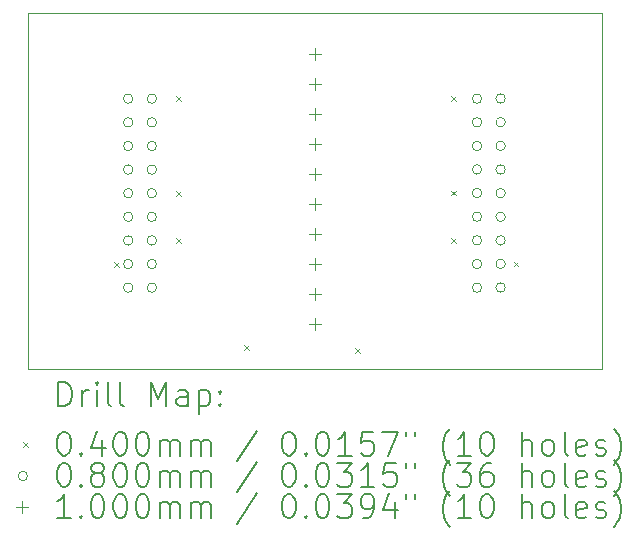
<source format=gbr>
%TF.GenerationSoftware,KiCad,Pcbnew,7.0.6-0*%
%TF.CreationDate,2023-11-15T10:52:04-05:00*%
%TF.ProjectId,AntSniffer,416e7453-6e69-4666-9665-722e6b696361,rev?*%
%TF.SameCoordinates,Original*%
%TF.FileFunction,Drillmap*%
%TF.FilePolarity,Positive*%
%FSLAX45Y45*%
G04 Gerber Fmt 4.5, Leading zero omitted, Abs format (unit mm)*
G04 Created by KiCad (PCBNEW 7.0.6-0) date 2023-11-15 10:52:04*
%MOMM*%
%LPD*%
G01*
G04 APERTURE LIST*
%ADD10C,0.100000*%
%ADD11C,0.200000*%
%ADD12C,0.040000*%
%ADD13C,0.080000*%
G04 APERTURE END LIST*
D10*
X14430000Y-4254500D02*
X19290000Y-4254500D01*
X19290000Y-7261860D01*
X14430000Y-7261860D01*
X14430000Y-4254500D01*
D11*
D12*
X15156500Y-6360480D02*
X15196500Y-6400480D01*
X15196500Y-6360480D02*
X15156500Y-6400480D01*
X15680000Y-4957180D02*
X15720000Y-4997180D01*
X15720000Y-4957180D02*
X15680000Y-4997180D01*
X15680000Y-5757180D02*
X15720000Y-5797180D01*
X15720000Y-5757180D02*
X15680000Y-5797180D01*
X15680000Y-6157180D02*
X15720000Y-6197180D01*
X15720000Y-6157180D02*
X15680000Y-6197180D01*
X16261400Y-7064060D02*
X16301400Y-7104060D01*
X16301400Y-7064060D02*
X16261400Y-7104060D01*
X17201200Y-7086920D02*
X17241200Y-7126920D01*
X17241200Y-7086920D02*
X17201200Y-7126920D01*
X18014000Y-4955960D02*
X18054000Y-4995960D01*
X18054000Y-4955960D02*
X18014000Y-4995960D01*
X18014000Y-5755960D02*
X18054000Y-5795960D01*
X18054000Y-5755960D02*
X18014000Y-5795960D01*
X18014000Y-6155960D02*
X18054000Y-6195960D01*
X18054000Y-6155960D02*
X18014000Y-6195960D01*
X18540000Y-6355960D02*
X18580000Y-6395960D01*
X18580000Y-6355960D02*
X18540000Y-6395960D01*
D13*
X15317000Y-4977180D02*
G75*
G03*
X15317000Y-4977180I-40000J0D01*
G01*
X15317000Y-5177080D02*
G75*
G03*
X15317000Y-5177080I-40000J0D01*
G01*
X15317000Y-5377180D02*
G75*
G03*
X15317000Y-5377180I-40000J0D01*
G01*
X15317000Y-5577180D02*
G75*
G03*
X15317000Y-5577180I-40000J0D01*
G01*
X15317000Y-5777180D02*
G75*
G03*
X15317000Y-5777180I-40000J0D01*
G01*
X15317000Y-5977180D02*
G75*
G03*
X15317000Y-5977180I-40000J0D01*
G01*
X15317000Y-6177180D02*
G75*
G03*
X15317000Y-6177180I-40000J0D01*
G01*
X15317000Y-6377180D02*
G75*
G03*
X15317000Y-6377180I-40000J0D01*
G01*
X15317000Y-6577180D02*
G75*
G03*
X15317000Y-6577180I-40000J0D01*
G01*
X15516900Y-4977180D02*
G75*
G03*
X15516900Y-4977180I-40000J0D01*
G01*
X15516900Y-5177080D02*
G75*
G03*
X15516900Y-5177080I-40000J0D01*
G01*
X15517000Y-5377180D02*
G75*
G03*
X15517000Y-5377180I-40000J0D01*
G01*
X15517000Y-5577180D02*
G75*
G03*
X15517000Y-5577180I-40000J0D01*
G01*
X15517000Y-5777180D02*
G75*
G03*
X15517000Y-5777180I-40000J0D01*
G01*
X15517000Y-5977180D02*
G75*
G03*
X15517000Y-5977180I-40000J0D01*
G01*
X15517000Y-6177180D02*
G75*
G03*
X15517000Y-6177180I-40000J0D01*
G01*
X15517000Y-6377180D02*
G75*
G03*
X15517000Y-6377180I-40000J0D01*
G01*
X15517000Y-6577180D02*
G75*
G03*
X15517000Y-6577180I-40000J0D01*
G01*
X18270000Y-5375960D02*
G75*
G03*
X18270000Y-5375960I-40000J0D01*
G01*
X18270000Y-5575960D02*
G75*
G03*
X18270000Y-5575960I-40000J0D01*
G01*
X18270000Y-5775960D02*
G75*
G03*
X18270000Y-5775960I-40000J0D01*
G01*
X18270000Y-5975960D02*
G75*
G03*
X18270000Y-5975960I-40000J0D01*
G01*
X18270000Y-6175960D02*
G75*
G03*
X18270000Y-6175960I-40000J0D01*
G01*
X18270000Y-6375960D02*
G75*
G03*
X18270000Y-6375960I-40000J0D01*
G01*
X18270000Y-6575960D02*
G75*
G03*
X18270000Y-6575960I-40000J0D01*
G01*
X18270100Y-4975960D02*
G75*
G03*
X18270100Y-4975960I-40000J0D01*
G01*
X18270100Y-5175860D02*
G75*
G03*
X18270100Y-5175860I-40000J0D01*
G01*
X18470000Y-4975960D02*
G75*
G03*
X18470000Y-4975960I-40000J0D01*
G01*
X18470000Y-5175860D02*
G75*
G03*
X18470000Y-5175860I-40000J0D01*
G01*
X18470000Y-5375960D02*
G75*
G03*
X18470000Y-5375960I-40000J0D01*
G01*
X18470000Y-5575960D02*
G75*
G03*
X18470000Y-5575960I-40000J0D01*
G01*
X18470000Y-5775960D02*
G75*
G03*
X18470000Y-5775960I-40000J0D01*
G01*
X18470000Y-5975960D02*
G75*
G03*
X18470000Y-5975960I-40000J0D01*
G01*
X18470000Y-6175960D02*
G75*
G03*
X18470000Y-6175960I-40000J0D01*
G01*
X18470000Y-6375960D02*
G75*
G03*
X18470000Y-6375960I-40000J0D01*
G01*
X18470000Y-6575960D02*
G75*
G03*
X18470000Y-6575960I-40000J0D01*
G01*
D10*
X16857980Y-4547900D02*
X16857980Y-4647900D01*
X16807980Y-4597900D02*
X16907980Y-4597900D01*
X16857980Y-4801900D02*
X16857980Y-4901900D01*
X16807980Y-4851900D02*
X16907980Y-4851900D01*
X16857980Y-5055900D02*
X16857980Y-5155900D01*
X16807980Y-5105900D02*
X16907980Y-5105900D01*
X16857980Y-5309900D02*
X16857980Y-5409900D01*
X16807980Y-5359900D02*
X16907980Y-5359900D01*
X16857980Y-5563900D02*
X16857980Y-5663900D01*
X16807980Y-5613900D02*
X16907980Y-5613900D01*
X16857980Y-5817900D02*
X16857980Y-5917900D01*
X16807980Y-5867900D02*
X16907980Y-5867900D01*
X16857980Y-6071900D02*
X16857980Y-6171900D01*
X16807980Y-6121900D02*
X16907980Y-6121900D01*
X16857980Y-6325900D02*
X16857980Y-6425900D01*
X16807980Y-6375900D02*
X16907980Y-6375900D01*
X16857980Y-6579900D02*
X16857980Y-6679900D01*
X16807980Y-6629900D02*
X16907980Y-6629900D01*
X16857980Y-6833900D02*
X16857980Y-6933900D01*
X16807980Y-6883900D02*
X16907980Y-6883900D01*
D11*
X14685777Y-7578344D02*
X14685777Y-7378344D01*
X14685777Y-7378344D02*
X14733396Y-7378344D01*
X14733396Y-7378344D02*
X14761967Y-7387868D01*
X14761967Y-7387868D02*
X14781015Y-7406915D01*
X14781015Y-7406915D02*
X14790539Y-7425963D01*
X14790539Y-7425963D02*
X14800062Y-7464058D01*
X14800062Y-7464058D02*
X14800062Y-7492629D01*
X14800062Y-7492629D02*
X14790539Y-7530725D01*
X14790539Y-7530725D02*
X14781015Y-7549772D01*
X14781015Y-7549772D02*
X14761967Y-7568820D01*
X14761967Y-7568820D02*
X14733396Y-7578344D01*
X14733396Y-7578344D02*
X14685777Y-7578344D01*
X14885777Y-7578344D02*
X14885777Y-7445010D01*
X14885777Y-7483106D02*
X14895301Y-7464058D01*
X14895301Y-7464058D02*
X14904824Y-7454534D01*
X14904824Y-7454534D02*
X14923872Y-7445010D01*
X14923872Y-7445010D02*
X14942920Y-7445010D01*
X15009586Y-7578344D02*
X15009586Y-7445010D01*
X15009586Y-7378344D02*
X15000062Y-7387868D01*
X15000062Y-7387868D02*
X15009586Y-7397391D01*
X15009586Y-7397391D02*
X15019110Y-7387868D01*
X15019110Y-7387868D02*
X15009586Y-7378344D01*
X15009586Y-7378344D02*
X15009586Y-7397391D01*
X15133396Y-7578344D02*
X15114348Y-7568820D01*
X15114348Y-7568820D02*
X15104824Y-7549772D01*
X15104824Y-7549772D02*
X15104824Y-7378344D01*
X15238158Y-7578344D02*
X15219110Y-7568820D01*
X15219110Y-7568820D02*
X15209586Y-7549772D01*
X15209586Y-7549772D02*
X15209586Y-7378344D01*
X15466729Y-7578344D02*
X15466729Y-7378344D01*
X15466729Y-7378344D02*
X15533396Y-7521201D01*
X15533396Y-7521201D02*
X15600062Y-7378344D01*
X15600062Y-7378344D02*
X15600062Y-7578344D01*
X15781015Y-7578344D02*
X15781015Y-7473582D01*
X15781015Y-7473582D02*
X15771491Y-7454534D01*
X15771491Y-7454534D02*
X15752443Y-7445010D01*
X15752443Y-7445010D02*
X15714348Y-7445010D01*
X15714348Y-7445010D02*
X15695301Y-7454534D01*
X15781015Y-7568820D02*
X15761967Y-7578344D01*
X15761967Y-7578344D02*
X15714348Y-7578344D01*
X15714348Y-7578344D02*
X15695301Y-7568820D01*
X15695301Y-7568820D02*
X15685777Y-7549772D01*
X15685777Y-7549772D02*
X15685777Y-7530725D01*
X15685777Y-7530725D02*
X15695301Y-7511677D01*
X15695301Y-7511677D02*
X15714348Y-7502153D01*
X15714348Y-7502153D02*
X15761967Y-7502153D01*
X15761967Y-7502153D02*
X15781015Y-7492629D01*
X15876253Y-7445010D02*
X15876253Y-7645010D01*
X15876253Y-7454534D02*
X15895301Y-7445010D01*
X15895301Y-7445010D02*
X15933396Y-7445010D01*
X15933396Y-7445010D02*
X15952443Y-7454534D01*
X15952443Y-7454534D02*
X15961967Y-7464058D01*
X15961967Y-7464058D02*
X15971491Y-7483106D01*
X15971491Y-7483106D02*
X15971491Y-7540248D01*
X15971491Y-7540248D02*
X15961967Y-7559296D01*
X15961967Y-7559296D02*
X15952443Y-7568820D01*
X15952443Y-7568820D02*
X15933396Y-7578344D01*
X15933396Y-7578344D02*
X15895301Y-7578344D01*
X15895301Y-7578344D02*
X15876253Y-7568820D01*
X16057205Y-7559296D02*
X16066729Y-7568820D01*
X16066729Y-7568820D02*
X16057205Y-7578344D01*
X16057205Y-7578344D02*
X16047682Y-7568820D01*
X16047682Y-7568820D02*
X16057205Y-7559296D01*
X16057205Y-7559296D02*
X16057205Y-7578344D01*
X16057205Y-7454534D02*
X16066729Y-7464058D01*
X16066729Y-7464058D02*
X16057205Y-7473582D01*
X16057205Y-7473582D02*
X16047682Y-7464058D01*
X16047682Y-7464058D02*
X16057205Y-7454534D01*
X16057205Y-7454534D02*
X16057205Y-7473582D01*
D12*
X14385000Y-7886860D02*
X14425000Y-7926860D01*
X14425000Y-7886860D02*
X14385000Y-7926860D01*
D11*
X14723872Y-7798344D02*
X14742920Y-7798344D01*
X14742920Y-7798344D02*
X14761967Y-7807868D01*
X14761967Y-7807868D02*
X14771491Y-7817391D01*
X14771491Y-7817391D02*
X14781015Y-7836439D01*
X14781015Y-7836439D02*
X14790539Y-7874534D01*
X14790539Y-7874534D02*
X14790539Y-7922153D01*
X14790539Y-7922153D02*
X14781015Y-7960248D01*
X14781015Y-7960248D02*
X14771491Y-7979296D01*
X14771491Y-7979296D02*
X14761967Y-7988820D01*
X14761967Y-7988820D02*
X14742920Y-7998344D01*
X14742920Y-7998344D02*
X14723872Y-7998344D01*
X14723872Y-7998344D02*
X14704824Y-7988820D01*
X14704824Y-7988820D02*
X14695301Y-7979296D01*
X14695301Y-7979296D02*
X14685777Y-7960248D01*
X14685777Y-7960248D02*
X14676253Y-7922153D01*
X14676253Y-7922153D02*
X14676253Y-7874534D01*
X14676253Y-7874534D02*
X14685777Y-7836439D01*
X14685777Y-7836439D02*
X14695301Y-7817391D01*
X14695301Y-7817391D02*
X14704824Y-7807868D01*
X14704824Y-7807868D02*
X14723872Y-7798344D01*
X14876253Y-7979296D02*
X14885777Y-7988820D01*
X14885777Y-7988820D02*
X14876253Y-7998344D01*
X14876253Y-7998344D02*
X14866729Y-7988820D01*
X14866729Y-7988820D02*
X14876253Y-7979296D01*
X14876253Y-7979296D02*
X14876253Y-7998344D01*
X15057205Y-7865010D02*
X15057205Y-7998344D01*
X15009586Y-7788820D02*
X14961967Y-7931677D01*
X14961967Y-7931677D02*
X15085777Y-7931677D01*
X15200062Y-7798344D02*
X15219110Y-7798344D01*
X15219110Y-7798344D02*
X15238158Y-7807868D01*
X15238158Y-7807868D02*
X15247682Y-7817391D01*
X15247682Y-7817391D02*
X15257205Y-7836439D01*
X15257205Y-7836439D02*
X15266729Y-7874534D01*
X15266729Y-7874534D02*
X15266729Y-7922153D01*
X15266729Y-7922153D02*
X15257205Y-7960248D01*
X15257205Y-7960248D02*
X15247682Y-7979296D01*
X15247682Y-7979296D02*
X15238158Y-7988820D01*
X15238158Y-7988820D02*
X15219110Y-7998344D01*
X15219110Y-7998344D02*
X15200062Y-7998344D01*
X15200062Y-7998344D02*
X15181015Y-7988820D01*
X15181015Y-7988820D02*
X15171491Y-7979296D01*
X15171491Y-7979296D02*
X15161967Y-7960248D01*
X15161967Y-7960248D02*
X15152443Y-7922153D01*
X15152443Y-7922153D02*
X15152443Y-7874534D01*
X15152443Y-7874534D02*
X15161967Y-7836439D01*
X15161967Y-7836439D02*
X15171491Y-7817391D01*
X15171491Y-7817391D02*
X15181015Y-7807868D01*
X15181015Y-7807868D02*
X15200062Y-7798344D01*
X15390539Y-7798344D02*
X15409586Y-7798344D01*
X15409586Y-7798344D02*
X15428634Y-7807868D01*
X15428634Y-7807868D02*
X15438158Y-7817391D01*
X15438158Y-7817391D02*
X15447682Y-7836439D01*
X15447682Y-7836439D02*
X15457205Y-7874534D01*
X15457205Y-7874534D02*
X15457205Y-7922153D01*
X15457205Y-7922153D02*
X15447682Y-7960248D01*
X15447682Y-7960248D02*
X15438158Y-7979296D01*
X15438158Y-7979296D02*
X15428634Y-7988820D01*
X15428634Y-7988820D02*
X15409586Y-7998344D01*
X15409586Y-7998344D02*
X15390539Y-7998344D01*
X15390539Y-7998344D02*
X15371491Y-7988820D01*
X15371491Y-7988820D02*
X15361967Y-7979296D01*
X15361967Y-7979296D02*
X15352443Y-7960248D01*
X15352443Y-7960248D02*
X15342920Y-7922153D01*
X15342920Y-7922153D02*
X15342920Y-7874534D01*
X15342920Y-7874534D02*
X15352443Y-7836439D01*
X15352443Y-7836439D02*
X15361967Y-7817391D01*
X15361967Y-7817391D02*
X15371491Y-7807868D01*
X15371491Y-7807868D02*
X15390539Y-7798344D01*
X15542920Y-7998344D02*
X15542920Y-7865010D01*
X15542920Y-7884058D02*
X15552443Y-7874534D01*
X15552443Y-7874534D02*
X15571491Y-7865010D01*
X15571491Y-7865010D02*
X15600063Y-7865010D01*
X15600063Y-7865010D02*
X15619110Y-7874534D01*
X15619110Y-7874534D02*
X15628634Y-7893582D01*
X15628634Y-7893582D02*
X15628634Y-7998344D01*
X15628634Y-7893582D02*
X15638158Y-7874534D01*
X15638158Y-7874534D02*
X15657205Y-7865010D01*
X15657205Y-7865010D02*
X15685777Y-7865010D01*
X15685777Y-7865010D02*
X15704824Y-7874534D01*
X15704824Y-7874534D02*
X15714348Y-7893582D01*
X15714348Y-7893582D02*
X15714348Y-7998344D01*
X15809586Y-7998344D02*
X15809586Y-7865010D01*
X15809586Y-7884058D02*
X15819110Y-7874534D01*
X15819110Y-7874534D02*
X15838158Y-7865010D01*
X15838158Y-7865010D02*
X15866729Y-7865010D01*
X15866729Y-7865010D02*
X15885777Y-7874534D01*
X15885777Y-7874534D02*
X15895301Y-7893582D01*
X15895301Y-7893582D02*
X15895301Y-7998344D01*
X15895301Y-7893582D02*
X15904824Y-7874534D01*
X15904824Y-7874534D02*
X15923872Y-7865010D01*
X15923872Y-7865010D02*
X15952443Y-7865010D01*
X15952443Y-7865010D02*
X15971491Y-7874534D01*
X15971491Y-7874534D02*
X15981015Y-7893582D01*
X15981015Y-7893582D02*
X15981015Y-7998344D01*
X16371491Y-7788820D02*
X16200063Y-8045963D01*
X16628634Y-7798344D02*
X16647682Y-7798344D01*
X16647682Y-7798344D02*
X16666729Y-7807868D01*
X16666729Y-7807868D02*
X16676253Y-7817391D01*
X16676253Y-7817391D02*
X16685777Y-7836439D01*
X16685777Y-7836439D02*
X16695301Y-7874534D01*
X16695301Y-7874534D02*
X16695301Y-7922153D01*
X16695301Y-7922153D02*
X16685777Y-7960248D01*
X16685777Y-7960248D02*
X16676253Y-7979296D01*
X16676253Y-7979296D02*
X16666729Y-7988820D01*
X16666729Y-7988820D02*
X16647682Y-7998344D01*
X16647682Y-7998344D02*
X16628634Y-7998344D01*
X16628634Y-7998344D02*
X16609586Y-7988820D01*
X16609586Y-7988820D02*
X16600063Y-7979296D01*
X16600063Y-7979296D02*
X16590539Y-7960248D01*
X16590539Y-7960248D02*
X16581015Y-7922153D01*
X16581015Y-7922153D02*
X16581015Y-7874534D01*
X16581015Y-7874534D02*
X16590539Y-7836439D01*
X16590539Y-7836439D02*
X16600063Y-7817391D01*
X16600063Y-7817391D02*
X16609586Y-7807868D01*
X16609586Y-7807868D02*
X16628634Y-7798344D01*
X16781015Y-7979296D02*
X16790539Y-7988820D01*
X16790539Y-7988820D02*
X16781015Y-7998344D01*
X16781015Y-7998344D02*
X16771491Y-7988820D01*
X16771491Y-7988820D02*
X16781015Y-7979296D01*
X16781015Y-7979296D02*
X16781015Y-7998344D01*
X16914348Y-7798344D02*
X16933396Y-7798344D01*
X16933396Y-7798344D02*
X16952444Y-7807868D01*
X16952444Y-7807868D02*
X16961968Y-7817391D01*
X16961968Y-7817391D02*
X16971491Y-7836439D01*
X16971491Y-7836439D02*
X16981015Y-7874534D01*
X16981015Y-7874534D02*
X16981015Y-7922153D01*
X16981015Y-7922153D02*
X16971491Y-7960248D01*
X16971491Y-7960248D02*
X16961968Y-7979296D01*
X16961968Y-7979296D02*
X16952444Y-7988820D01*
X16952444Y-7988820D02*
X16933396Y-7998344D01*
X16933396Y-7998344D02*
X16914348Y-7998344D01*
X16914348Y-7998344D02*
X16895301Y-7988820D01*
X16895301Y-7988820D02*
X16885777Y-7979296D01*
X16885777Y-7979296D02*
X16876253Y-7960248D01*
X16876253Y-7960248D02*
X16866729Y-7922153D01*
X16866729Y-7922153D02*
X16866729Y-7874534D01*
X16866729Y-7874534D02*
X16876253Y-7836439D01*
X16876253Y-7836439D02*
X16885777Y-7817391D01*
X16885777Y-7817391D02*
X16895301Y-7807868D01*
X16895301Y-7807868D02*
X16914348Y-7798344D01*
X17171491Y-7998344D02*
X17057206Y-7998344D01*
X17114348Y-7998344D02*
X17114348Y-7798344D01*
X17114348Y-7798344D02*
X17095301Y-7826915D01*
X17095301Y-7826915D02*
X17076253Y-7845963D01*
X17076253Y-7845963D02*
X17057206Y-7855487D01*
X17352444Y-7798344D02*
X17257206Y-7798344D01*
X17257206Y-7798344D02*
X17247682Y-7893582D01*
X17247682Y-7893582D02*
X17257206Y-7884058D01*
X17257206Y-7884058D02*
X17276253Y-7874534D01*
X17276253Y-7874534D02*
X17323872Y-7874534D01*
X17323872Y-7874534D02*
X17342920Y-7884058D01*
X17342920Y-7884058D02*
X17352444Y-7893582D01*
X17352444Y-7893582D02*
X17361968Y-7912629D01*
X17361968Y-7912629D02*
X17361968Y-7960248D01*
X17361968Y-7960248D02*
X17352444Y-7979296D01*
X17352444Y-7979296D02*
X17342920Y-7988820D01*
X17342920Y-7988820D02*
X17323872Y-7998344D01*
X17323872Y-7998344D02*
X17276253Y-7998344D01*
X17276253Y-7998344D02*
X17257206Y-7988820D01*
X17257206Y-7988820D02*
X17247682Y-7979296D01*
X17428634Y-7798344D02*
X17561968Y-7798344D01*
X17561968Y-7798344D02*
X17476253Y-7998344D01*
X17628634Y-7798344D02*
X17628634Y-7836439D01*
X17704825Y-7798344D02*
X17704825Y-7836439D01*
X18000063Y-8074534D02*
X17990539Y-8065010D01*
X17990539Y-8065010D02*
X17971491Y-8036439D01*
X17971491Y-8036439D02*
X17961968Y-8017391D01*
X17961968Y-8017391D02*
X17952444Y-7988820D01*
X17952444Y-7988820D02*
X17942920Y-7941201D01*
X17942920Y-7941201D02*
X17942920Y-7903106D01*
X17942920Y-7903106D02*
X17952444Y-7855487D01*
X17952444Y-7855487D02*
X17961968Y-7826915D01*
X17961968Y-7826915D02*
X17971491Y-7807868D01*
X17971491Y-7807868D02*
X17990539Y-7779296D01*
X17990539Y-7779296D02*
X18000063Y-7769772D01*
X18181015Y-7998344D02*
X18066730Y-7998344D01*
X18123872Y-7998344D02*
X18123872Y-7798344D01*
X18123872Y-7798344D02*
X18104825Y-7826915D01*
X18104825Y-7826915D02*
X18085777Y-7845963D01*
X18085777Y-7845963D02*
X18066730Y-7855487D01*
X18304825Y-7798344D02*
X18323872Y-7798344D01*
X18323872Y-7798344D02*
X18342920Y-7807868D01*
X18342920Y-7807868D02*
X18352444Y-7817391D01*
X18352444Y-7817391D02*
X18361968Y-7836439D01*
X18361968Y-7836439D02*
X18371491Y-7874534D01*
X18371491Y-7874534D02*
X18371491Y-7922153D01*
X18371491Y-7922153D02*
X18361968Y-7960248D01*
X18361968Y-7960248D02*
X18352444Y-7979296D01*
X18352444Y-7979296D02*
X18342920Y-7988820D01*
X18342920Y-7988820D02*
X18323872Y-7998344D01*
X18323872Y-7998344D02*
X18304825Y-7998344D01*
X18304825Y-7998344D02*
X18285777Y-7988820D01*
X18285777Y-7988820D02*
X18276253Y-7979296D01*
X18276253Y-7979296D02*
X18266730Y-7960248D01*
X18266730Y-7960248D02*
X18257206Y-7922153D01*
X18257206Y-7922153D02*
X18257206Y-7874534D01*
X18257206Y-7874534D02*
X18266730Y-7836439D01*
X18266730Y-7836439D02*
X18276253Y-7817391D01*
X18276253Y-7817391D02*
X18285777Y-7807868D01*
X18285777Y-7807868D02*
X18304825Y-7798344D01*
X18609587Y-7998344D02*
X18609587Y-7798344D01*
X18695301Y-7998344D02*
X18695301Y-7893582D01*
X18695301Y-7893582D02*
X18685777Y-7874534D01*
X18685777Y-7874534D02*
X18666730Y-7865010D01*
X18666730Y-7865010D02*
X18638158Y-7865010D01*
X18638158Y-7865010D02*
X18619111Y-7874534D01*
X18619111Y-7874534D02*
X18609587Y-7884058D01*
X18819111Y-7998344D02*
X18800063Y-7988820D01*
X18800063Y-7988820D02*
X18790539Y-7979296D01*
X18790539Y-7979296D02*
X18781015Y-7960248D01*
X18781015Y-7960248D02*
X18781015Y-7903106D01*
X18781015Y-7903106D02*
X18790539Y-7884058D01*
X18790539Y-7884058D02*
X18800063Y-7874534D01*
X18800063Y-7874534D02*
X18819111Y-7865010D01*
X18819111Y-7865010D02*
X18847682Y-7865010D01*
X18847682Y-7865010D02*
X18866730Y-7874534D01*
X18866730Y-7874534D02*
X18876253Y-7884058D01*
X18876253Y-7884058D02*
X18885777Y-7903106D01*
X18885777Y-7903106D02*
X18885777Y-7960248D01*
X18885777Y-7960248D02*
X18876253Y-7979296D01*
X18876253Y-7979296D02*
X18866730Y-7988820D01*
X18866730Y-7988820D02*
X18847682Y-7998344D01*
X18847682Y-7998344D02*
X18819111Y-7998344D01*
X19000063Y-7998344D02*
X18981015Y-7988820D01*
X18981015Y-7988820D02*
X18971492Y-7969772D01*
X18971492Y-7969772D02*
X18971492Y-7798344D01*
X19152444Y-7988820D02*
X19133396Y-7998344D01*
X19133396Y-7998344D02*
X19095301Y-7998344D01*
X19095301Y-7998344D02*
X19076253Y-7988820D01*
X19076253Y-7988820D02*
X19066730Y-7969772D01*
X19066730Y-7969772D02*
X19066730Y-7893582D01*
X19066730Y-7893582D02*
X19076253Y-7874534D01*
X19076253Y-7874534D02*
X19095301Y-7865010D01*
X19095301Y-7865010D02*
X19133396Y-7865010D01*
X19133396Y-7865010D02*
X19152444Y-7874534D01*
X19152444Y-7874534D02*
X19161968Y-7893582D01*
X19161968Y-7893582D02*
X19161968Y-7912629D01*
X19161968Y-7912629D02*
X19066730Y-7931677D01*
X19238158Y-7988820D02*
X19257206Y-7998344D01*
X19257206Y-7998344D02*
X19295301Y-7998344D01*
X19295301Y-7998344D02*
X19314349Y-7988820D01*
X19314349Y-7988820D02*
X19323873Y-7969772D01*
X19323873Y-7969772D02*
X19323873Y-7960248D01*
X19323873Y-7960248D02*
X19314349Y-7941201D01*
X19314349Y-7941201D02*
X19295301Y-7931677D01*
X19295301Y-7931677D02*
X19266730Y-7931677D01*
X19266730Y-7931677D02*
X19247682Y-7922153D01*
X19247682Y-7922153D02*
X19238158Y-7903106D01*
X19238158Y-7903106D02*
X19238158Y-7893582D01*
X19238158Y-7893582D02*
X19247682Y-7874534D01*
X19247682Y-7874534D02*
X19266730Y-7865010D01*
X19266730Y-7865010D02*
X19295301Y-7865010D01*
X19295301Y-7865010D02*
X19314349Y-7874534D01*
X19390539Y-8074534D02*
X19400063Y-8065010D01*
X19400063Y-8065010D02*
X19419111Y-8036439D01*
X19419111Y-8036439D02*
X19428634Y-8017391D01*
X19428634Y-8017391D02*
X19438158Y-7988820D01*
X19438158Y-7988820D02*
X19447682Y-7941201D01*
X19447682Y-7941201D02*
X19447682Y-7903106D01*
X19447682Y-7903106D02*
X19438158Y-7855487D01*
X19438158Y-7855487D02*
X19428634Y-7826915D01*
X19428634Y-7826915D02*
X19419111Y-7807868D01*
X19419111Y-7807868D02*
X19400063Y-7779296D01*
X19400063Y-7779296D02*
X19390539Y-7769772D01*
D13*
X14425000Y-8170860D02*
G75*
G03*
X14425000Y-8170860I-40000J0D01*
G01*
D11*
X14723872Y-8062344D02*
X14742920Y-8062344D01*
X14742920Y-8062344D02*
X14761967Y-8071868D01*
X14761967Y-8071868D02*
X14771491Y-8081391D01*
X14771491Y-8081391D02*
X14781015Y-8100439D01*
X14781015Y-8100439D02*
X14790539Y-8138534D01*
X14790539Y-8138534D02*
X14790539Y-8186153D01*
X14790539Y-8186153D02*
X14781015Y-8224248D01*
X14781015Y-8224248D02*
X14771491Y-8243296D01*
X14771491Y-8243296D02*
X14761967Y-8252820D01*
X14761967Y-8252820D02*
X14742920Y-8262344D01*
X14742920Y-8262344D02*
X14723872Y-8262344D01*
X14723872Y-8262344D02*
X14704824Y-8252820D01*
X14704824Y-8252820D02*
X14695301Y-8243296D01*
X14695301Y-8243296D02*
X14685777Y-8224248D01*
X14685777Y-8224248D02*
X14676253Y-8186153D01*
X14676253Y-8186153D02*
X14676253Y-8138534D01*
X14676253Y-8138534D02*
X14685777Y-8100439D01*
X14685777Y-8100439D02*
X14695301Y-8081391D01*
X14695301Y-8081391D02*
X14704824Y-8071868D01*
X14704824Y-8071868D02*
X14723872Y-8062344D01*
X14876253Y-8243296D02*
X14885777Y-8252820D01*
X14885777Y-8252820D02*
X14876253Y-8262344D01*
X14876253Y-8262344D02*
X14866729Y-8252820D01*
X14866729Y-8252820D02*
X14876253Y-8243296D01*
X14876253Y-8243296D02*
X14876253Y-8262344D01*
X15000062Y-8148058D02*
X14981015Y-8138534D01*
X14981015Y-8138534D02*
X14971491Y-8129010D01*
X14971491Y-8129010D02*
X14961967Y-8109963D01*
X14961967Y-8109963D02*
X14961967Y-8100439D01*
X14961967Y-8100439D02*
X14971491Y-8081391D01*
X14971491Y-8081391D02*
X14981015Y-8071868D01*
X14981015Y-8071868D02*
X15000062Y-8062344D01*
X15000062Y-8062344D02*
X15038158Y-8062344D01*
X15038158Y-8062344D02*
X15057205Y-8071868D01*
X15057205Y-8071868D02*
X15066729Y-8081391D01*
X15066729Y-8081391D02*
X15076253Y-8100439D01*
X15076253Y-8100439D02*
X15076253Y-8109963D01*
X15076253Y-8109963D02*
X15066729Y-8129010D01*
X15066729Y-8129010D02*
X15057205Y-8138534D01*
X15057205Y-8138534D02*
X15038158Y-8148058D01*
X15038158Y-8148058D02*
X15000062Y-8148058D01*
X15000062Y-8148058D02*
X14981015Y-8157582D01*
X14981015Y-8157582D02*
X14971491Y-8167106D01*
X14971491Y-8167106D02*
X14961967Y-8186153D01*
X14961967Y-8186153D02*
X14961967Y-8224248D01*
X14961967Y-8224248D02*
X14971491Y-8243296D01*
X14971491Y-8243296D02*
X14981015Y-8252820D01*
X14981015Y-8252820D02*
X15000062Y-8262344D01*
X15000062Y-8262344D02*
X15038158Y-8262344D01*
X15038158Y-8262344D02*
X15057205Y-8252820D01*
X15057205Y-8252820D02*
X15066729Y-8243296D01*
X15066729Y-8243296D02*
X15076253Y-8224248D01*
X15076253Y-8224248D02*
X15076253Y-8186153D01*
X15076253Y-8186153D02*
X15066729Y-8167106D01*
X15066729Y-8167106D02*
X15057205Y-8157582D01*
X15057205Y-8157582D02*
X15038158Y-8148058D01*
X15200062Y-8062344D02*
X15219110Y-8062344D01*
X15219110Y-8062344D02*
X15238158Y-8071868D01*
X15238158Y-8071868D02*
X15247682Y-8081391D01*
X15247682Y-8081391D02*
X15257205Y-8100439D01*
X15257205Y-8100439D02*
X15266729Y-8138534D01*
X15266729Y-8138534D02*
X15266729Y-8186153D01*
X15266729Y-8186153D02*
X15257205Y-8224248D01*
X15257205Y-8224248D02*
X15247682Y-8243296D01*
X15247682Y-8243296D02*
X15238158Y-8252820D01*
X15238158Y-8252820D02*
X15219110Y-8262344D01*
X15219110Y-8262344D02*
X15200062Y-8262344D01*
X15200062Y-8262344D02*
X15181015Y-8252820D01*
X15181015Y-8252820D02*
X15171491Y-8243296D01*
X15171491Y-8243296D02*
X15161967Y-8224248D01*
X15161967Y-8224248D02*
X15152443Y-8186153D01*
X15152443Y-8186153D02*
X15152443Y-8138534D01*
X15152443Y-8138534D02*
X15161967Y-8100439D01*
X15161967Y-8100439D02*
X15171491Y-8081391D01*
X15171491Y-8081391D02*
X15181015Y-8071868D01*
X15181015Y-8071868D02*
X15200062Y-8062344D01*
X15390539Y-8062344D02*
X15409586Y-8062344D01*
X15409586Y-8062344D02*
X15428634Y-8071868D01*
X15428634Y-8071868D02*
X15438158Y-8081391D01*
X15438158Y-8081391D02*
X15447682Y-8100439D01*
X15447682Y-8100439D02*
X15457205Y-8138534D01*
X15457205Y-8138534D02*
X15457205Y-8186153D01*
X15457205Y-8186153D02*
X15447682Y-8224248D01*
X15447682Y-8224248D02*
X15438158Y-8243296D01*
X15438158Y-8243296D02*
X15428634Y-8252820D01*
X15428634Y-8252820D02*
X15409586Y-8262344D01*
X15409586Y-8262344D02*
X15390539Y-8262344D01*
X15390539Y-8262344D02*
X15371491Y-8252820D01*
X15371491Y-8252820D02*
X15361967Y-8243296D01*
X15361967Y-8243296D02*
X15352443Y-8224248D01*
X15352443Y-8224248D02*
X15342920Y-8186153D01*
X15342920Y-8186153D02*
X15342920Y-8138534D01*
X15342920Y-8138534D02*
X15352443Y-8100439D01*
X15352443Y-8100439D02*
X15361967Y-8081391D01*
X15361967Y-8081391D02*
X15371491Y-8071868D01*
X15371491Y-8071868D02*
X15390539Y-8062344D01*
X15542920Y-8262344D02*
X15542920Y-8129010D01*
X15542920Y-8148058D02*
X15552443Y-8138534D01*
X15552443Y-8138534D02*
X15571491Y-8129010D01*
X15571491Y-8129010D02*
X15600063Y-8129010D01*
X15600063Y-8129010D02*
X15619110Y-8138534D01*
X15619110Y-8138534D02*
X15628634Y-8157582D01*
X15628634Y-8157582D02*
X15628634Y-8262344D01*
X15628634Y-8157582D02*
X15638158Y-8138534D01*
X15638158Y-8138534D02*
X15657205Y-8129010D01*
X15657205Y-8129010D02*
X15685777Y-8129010D01*
X15685777Y-8129010D02*
X15704824Y-8138534D01*
X15704824Y-8138534D02*
X15714348Y-8157582D01*
X15714348Y-8157582D02*
X15714348Y-8262344D01*
X15809586Y-8262344D02*
X15809586Y-8129010D01*
X15809586Y-8148058D02*
X15819110Y-8138534D01*
X15819110Y-8138534D02*
X15838158Y-8129010D01*
X15838158Y-8129010D02*
X15866729Y-8129010D01*
X15866729Y-8129010D02*
X15885777Y-8138534D01*
X15885777Y-8138534D02*
X15895301Y-8157582D01*
X15895301Y-8157582D02*
X15895301Y-8262344D01*
X15895301Y-8157582D02*
X15904824Y-8138534D01*
X15904824Y-8138534D02*
X15923872Y-8129010D01*
X15923872Y-8129010D02*
X15952443Y-8129010D01*
X15952443Y-8129010D02*
X15971491Y-8138534D01*
X15971491Y-8138534D02*
X15981015Y-8157582D01*
X15981015Y-8157582D02*
X15981015Y-8262344D01*
X16371491Y-8052820D02*
X16200063Y-8309963D01*
X16628634Y-8062344D02*
X16647682Y-8062344D01*
X16647682Y-8062344D02*
X16666729Y-8071868D01*
X16666729Y-8071868D02*
X16676253Y-8081391D01*
X16676253Y-8081391D02*
X16685777Y-8100439D01*
X16685777Y-8100439D02*
X16695301Y-8138534D01*
X16695301Y-8138534D02*
X16695301Y-8186153D01*
X16695301Y-8186153D02*
X16685777Y-8224248D01*
X16685777Y-8224248D02*
X16676253Y-8243296D01*
X16676253Y-8243296D02*
X16666729Y-8252820D01*
X16666729Y-8252820D02*
X16647682Y-8262344D01*
X16647682Y-8262344D02*
X16628634Y-8262344D01*
X16628634Y-8262344D02*
X16609586Y-8252820D01*
X16609586Y-8252820D02*
X16600063Y-8243296D01*
X16600063Y-8243296D02*
X16590539Y-8224248D01*
X16590539Y-8224248D02*
X16581015Y-8186153D01*
X16581015Y-8186153D02*
X16581015Y-8138534D01*
X16581015Y-8138534D02*
X16590539Y-8100439D01*
X16590539Y-8100439D02*
X16600063Y-8081391D01*
X16600063Y-8081391D02*
X16609586Y-8071868D01*
X16609586Y-8071868D02*
X16628634Y-8062344D01*
X16781015Y-8243296D02*
X16790539Y-8252820D01*
X16790539Y-8252820D02*
X16781015Y-8262344D01*
X16781015Y-8262344D02*
X16771491Y-8252820D01*
X16771491Y-8252820D02*
X16781015Y-8243296D01*
X16781015Y-8243296D02*
X16781015Y-8262344D01*
X16914348Y-8062344D02*
X16933396Y-8062344D01*
X16933396Y-8062344D02*
X16952444Y-8071868D01*
X16952444Y-8071868D02*
X16961968Y-8081391D01*
X16961968Y-8081391D02*
X16971491Y-8100439D01*
X16971491Y-8100439D02*
X16981015Y-8138534D01*
X16981015Y-8138534D02*
X16981015Y-8186153D01*
X16981015Y-8186153D02*
X16971491Y-8224248D01*
X16971491Y-8224248D02*
X16961968Y-8243296D01*
X16961968Y-8243296D02*
X16952444Y-8252820D01*
X16952444Y-8252820D02*
X16933396Y-8262344D01*
X16933396Y-8262344D02*
X16914348Y-8262344D01*
X16914348Y-8262344D02*
X16895301Y-8252820D01*
X16895301Y-8252820D02*
X16885777Y-8243296D01*
X16885777Y-8243296D02*
X16876253Y-8224248D01*
X16876253Y-8224248D02*
X16866729Y-8186153D01*
X16866729Y-8186153D02*
X16866729Y-8138534D01*
X16866729Y-8138534D02*
X16876253Y-8100439D01*
X16876253Y-8100439D02*
X16885777Y-8081391D01*
X16885777Y-8081391D02*
X16895301Y-8071868D01*
X16895301Y-8071868D02*
X16914348Y-8062344D01*
X17047682Y-8062344D02*
X17171491Y-8062344D01*
X17171491Y-8062344D02*
X17104825Y-8138534D01*
X17104825Y-8138534D02*
X17133396Y-8138534D01*
X17133396Y-8138534D02*
X17152444Y-8148058D01*
X17152444Y-8148058D02*
X17161968Y-8157582D01*
X17161968Y-8157582D02*
X17171491Y-8176629D01*
X17171491Y-8176629D02*
X17171491Y-8224248D01*
X17171491Y-8224248D02*
X17161968Y-8243296D01*
X17161968Y-8243296D02*
X17152444Y-8252820D01*
X17152444Y-8252820D02*
X17133396Y-8262344D01*
X17133396Y-8262344D02*
X17076253Y-8262344D01*
X17076253Y-8262344D02*
X17057206Y-8252820D01*
X17057206Y-8252820D02*
X17047682Y-8243296D01*
X17361968Y-8262344D02*
X17247682Y-8262344D01*
X17304825Y-8262344D02*
X17304825Y-8062344D01*
X17304825Y-8062344D02*
X17285777Y-8090915D01*
X17285777Y-8090915D02*
X17266729Y-8109963D01*
X17266729Y-8109963D02*
X17247682Y-8119487D01*
X17542920Y-8062344D02*
X17447682Y-8062344D01*
X17447682Y-8062344D02*
X17438158Y-8157582D01*
X17438158Y-8157582D02*
X17447682Y-8148058D01*
X17447682Y-8148058D02*
X17466729Y-8138534D01*
X17466729Y-8138534D02*
X17514349Y-8138534D01*
X17514349Y-8138534D02*
X17533396Y-8148058D01*
X17533396Y-8148058D02*
X17542920Y-8157582D01*
X17542920Y-8157582D02*
X17552444Y-8176629D01*
X17552444Y-8176629D02*
X17552444Y-8224248D01*
X17552444Y-8224248D02*
X17542920Y-8243296D01*
X17542920Y-8243296D02*
X17533396Y-8252820D01*
X17533396Y-8252820D02*
X17514349Y-8262344D01*
X17514349Y-8262344D02*
X17466729Y-8262344D01*
X17466729Y-8262344D02*
X17447682Y-8252820D01*
X17447682Y-8252820D02*
X17438158Y-8243296D01*
X17628634Y-8062344D02*
X17628634Y-8100439D01*
X17704825Y-8062344D02*
X17704825Y-8100439D01*
X18000063Y-8338534D02*
X17990539Y-8329010D01*
X17990539Y-8329010D02*
X17971491Y-8300439D01*
X17971491Y-8300439D02*
X17961968Y-8281391D01*
X17961968Y-8281391D02*
X17952444Y-8252820D01*
X17952444Y-8252820D02*
X17942920Y-8205201D01*
X17942920Y-8205201D02*
X17942920Y-8167106D01*
X17942920Y-8167106D02*
X17952444Y-8119487D01*
X17952444Y-8119487D02*
X17961968Y-8090915D01*
X17961968Y-8090915D02*
X17971491Y-8071868D01*
X17971491Y-8071868D02*
X17990539Y-8043296D01*
X17990539Y-8043296D02*
X18000063Y-8033772D01*
X18057206Y-8062344D02*
X18181015Y-8062344D01*
X18181015Y-8062344D02*
X18114349Y-8138534D01*
X18114349Y-8138534D02*
X18142920Y-8138534D01*
X18142920Y-8138534D02*
X18161968Y-8148058D01*
X18161968Y-8148058D02*
X18171491Y-8157582D01*
X18171491Y-8157582D02*
X18181015Y-8176629D01*
X18181015Y-8176629D02*
X18181015Y-8224248D01*
X18181015Y-8224248D02*
X18171491Y-8243296D01*
X18171491Y-8243296D02*
X18161968Y-8252820D01*
X18161968Y-8252820D02*
X18142920Y-8262344D01*
X18142920Y-8262344D02*
X18085777Y-8262344D01*
X18085777Y-8262344D02*
X18066730Y-8252820D01*
X18066730Y-8252820D02*
X18057206Y-8243296D01*
X18352444Y-8062344D02*
X18314349Y-8062344D01*
X18314349Y-8062344D02*
X18295301Y-8071868D01*
X18295301Y-8071868D02*
X18285777Y-8081391D01*
X18285777Y-8081391D02*
X18266730Y-8109963D01*
X18266730Y-8109963D02*
X18257206Y-8148058D01*
X18257206Y-8148058D02*
X18257206Y-8224248D01*
X18257206Y-8224248D02*
X18266730Y-8243296D01*
X18266730Y-8243296D02*
X18276253Y-8252820D01*
X18276253Y-8252820D02*
X18295301Y-8262344D01*
X18295301Y-8262344D02*
X18333396Y-8262344D01*
X18333396Y-8262344D02*
X18352444Y-8252820D01*
X18352444Y-8252820D02*
X18361968Y-8243296D01*
X18361968Y-8243296D02*
X18371491Y-8224248D01*
X18371491Y-8224248D02*
X18371491Y-8176629D01*
X18371491Y-8176629D02*
X18361968Y-8157582D01*
X18361968Y-8157582D02*
X18352444Y-8148058D01*
X18352444Y-8148058D02*
X18333396Y-8138534D01*
X18333396Y-8138534D02*
X18295301Y-8138534D01*
X18295301Y-8138534D02*
X18276253Y-8148058D01*
X18276253Y-8148058D02*
X18266730Y-8157582D01*
X18266730Y-8157582D02*
X18257206Y-8176629D01*
X18609587Y-8262344D02*
X18609587Y-8062344D01*
X18695301Y-8262344D02*
X18695301Y-8157582D01*
X18695301Y-8157582D02*
X18685777Y-8138534D01*
X18685777Y-8138534D02*
X18666730Y-8129010D01*
X18666730Y-8129010D02*
X18638158Y-8129010D01*
X18638158Y-8129010D02*
X18619111Y-8138534D01*
X18619111Y-8138534D02*
X18609587Y-8148058D01*
X18819111Y-8262344D02*
X18800063Y-8252820D01*
X18800063Y-8252820D02*
X18790539Y-8243296D01*
X18790539Y-8243296D02*
X18781015Y-8224248D01*
X18781015Y-8224248D02*
X18781015Y-8167106D01*
X18781015Y-8167106D02*
X18790539Y-8148058D01*
X18790539Y-8148058D02*
X18800063Y-8138534D01*
X18800063Y-8138534D02*
X18819111Y-8129010D01*
X18819111Y-8129010D02*
X18847682Y-8129010D01*
X18847682Y-8129010D02*
X18866730Y-8138534D01*
X18866730Y-8138534D02*
X18876253Y-8148058D01*
X18876253Y-8148058D02*
X18885777Y-8167106D01*
X18885777Y-8167106D02*
X18885777Y-8224248D01*
X18885777Y-8224248D02*
X18876253Y-8243296D01*
X18876253Y-8243296D02*
X18866730Y-8252820D01*
X18866730Y-8252820D02*
X18847682Y-8262344D01*
X18847682Y-8262344D02*
X18819111Y-8262344D01*
X19000063Y-8262344D02*
X18981015Y-8252820D01*
X18981015Y-8252820D02*
X18971492Y-8233772D01*
X18971492Y-8233772D02*
X18971492Y-8062344D01*
X19152444Y-8252820D02*
X19133396Y-8262344D01*
X19133396Y-8262344D02*
X19095301Y-8262344D01*
X19095301Y-8262344D02*
X19076253Y-8252820D01*
X19076253Y-8252820D02*
X19066730Y-8233772D01*
X19066730Y-8233772D02*
X19066730Y-8157582D01*
X19066730Y-8157582D02*
X19076253Y-8138534D01*
X19076253Y-8138534D02*
X19095301Y-8129010D01*
X19095301Y-8129010D02*
X19133396Y-8129010D01*
X19133396Y-8129010D02*
X19152444Y-8138534D01*
X19152444Y-8138534D02*
X19161968Y-8157582D01*
X19161968Y-8157582D02*
X19161968Y-8176629D01*
X19161968Y-8176629D02*
X19066730Y-8195677D01*
X19238158Y-8252820D02*
X19257206Y-8262344D01*
X19257206Y-8262344D02*
X19295301Y-8262344D01*
X19295301Y-8262344D02*
X19314349Y-8252820D01*
X19314349Y-8252820D02*
X19323873Y-8233772D01*
X19323873Y-8233772D02*
X19323873Y-8224248D01*
X19323873Y-8224248D02*
X19314349Y-8205201D01*
X19314349Y-8205201D02*
X19295301Y-8195677D01*
X19295301Y-8195677D02*
X19266730Y-8195677D01*
X19266730Y-8195677D02*
X19247682Y-8186153D01*
X19247682Y-8186153D02*
X19238158Y-8167106D01*
X19238158Y-8167106D02*
X19238158Y-8157582D01*
X19238158Y-8157582D02*
X19247682Y-8138534D01*
X19247682Y-8138534D02*
X19266730Y-8129010D01*
X19266730Y-8129010D02*
X19295301Y-8129010D01*
X19295301Y-8129010D02*
X19314349Y-8138534D01*
X19390539Y-8338534D02*
X19400063Y-8329010D01*
X19400063Y-8329010D02*
X19419111Y-8300439D01*
X19419111Y-8300439D02*
X19428634Y-8281391D01*
X19428634Y-8281391D02*
X19438158Y-8252820D01*
X19438158Y-8252820D02*
X19447682Y-8205201D01*
X19447682Y-8205201D02*
X19447682Y-8167106D01*
X19447682Y-8167106D02*
X19438158Y-8119487D01*
X19438158Y-8119487D02*
X19428634Y-8090915D01*
X19428634Y-8090915D02*
X19419111Y-8071868D01*
X19419111Y-8071868D02*
X19400063Y-8043296D01*
X19400063Y-8043296D02*
X19390539Y-8033772D01*
D10*
X14375000Y-8384860D02*
X14375000Y-8484860D01*
X14325000Y-8434860D02*
X14425000Y-8434860D01*
D11*
X14790539Y-8526344D02*
X14676253Y-8526344D01*
X14733396Y-8526344D02*
X14733396Y-8326344D01*
X14733396Y-8326344D02*
X14714348Y-8354915D01*
X14714348Y-8354915D02*
X14695301Y-8373963D01*
X14695301Y-8373963D02*
X14676253Y-8383487D01*
X14876253Y-8507296D02*
X14885777Y-8516820D01*
X14885777Y-8516820D02*
X14876253Y-8526344D01*
X14876253Y-8526344D02*
X14866729Y-8516820D01*
X14866729Y-8516820D02*
X14876253Y-8507296D01*
X14876253Y-8507296D02*
X14876253Y-8526344D01*
X15009586Y-8326344D02*
X15028634Y-8326344D01*
X15028634Y-8326344D02*
X15047682Y-8335868D01*
X15047682Y-8335868D02*
X15057205Y-8345391D01*
X15057205Y-8345391D02*
X15066729Y-8364439D01*
X15066729Y-8364439D02*
X15076253Y-8402534D01*
X15076253Y-8402534D02*
X15076253Y-8450153D01*
X15076253Y-8450153D02*
X15066729Y-8488249D01*
X15066729Y-8488249D02*
X15057205Y-8507296D01*
X15057205Y-8507296D02*
X15047682Y-8516820D01*
X15047682Y-8516820D02*
X15028634Y-8526344D01*
X15028634Y-8526344D02*
X15009586Y-8526344D01*
X15009586Y-8526344D02*
X14990539Y-8516820D01*
X14990539Y-8516820D02*
X14981015Y-8507296D01*
X14981015Y-8507296D02*
X14971491Y-8488249D01*
X14971491Y-8488249D02*
X14961967Y-8450153D01*
X14961967Y-8450153D02*
X14961967Y-8402534D01*
X14961967Y-8402534D02*
X14971491Y-8364439D01*
X14971491Y-8364439D02*
X14981015Y-8345391D01*
X14981015Y-8345391D02*
X14990539Y-8335868D01*
X14990539Y-8335868D02*
X15009586Y-8326344D01*
X15200062Y-8326344D02*
X15219110Y-8326344D01*
X15219110Y-8326344D02*
X15238158Y-8335868D01*
X15238158Y-8335868D02*
X15247682Y-8345391D01*
X15247682Y-8345391D02*
X15257205Y-8364439D01*
X15257205Y-8364439D02*
X15266729Y-8402534D01*
X15266729Y-8402534D02*
X15266729Y-8450153D01*
X15266729Y-8450153D02*
X15257205Y-8488249D01*
X15257205Y-8488249D02*
X15247682Y-8507296D01*
X15247682Y-8507296D02*
X15238158Y-8516820D01*
X15238158Y-8516820D02*
X15219110Y-8526344D01*
X15219110Y-8526344D02*
X15200062Y-8526344D01*
X15200062Y-8526344D02*
X15181015Y-8516820D01*
X15181015Y-8516820D02*
X15171491Y-8507296D01*
X15171491Y-8507296D02*
X15161967Y-8488249D01*
X15161967Y-8488249D02*
X15152443Y-8450153D01*
X15152443Y-8450153D02*
X15152443Y-8402534D01*
X15152443Y-8402534D02*
X15161967Y-8364439D01*
X15161967Y-8364439D02*
X15171491Y-8345391D01*
X15171491Y-8345391D02*
X15181015Y-8335868D01*
X15181015Y-8335868D02*
X15200062Y-8326344D01*
X15390539Y-8326344D02*
X15409586Y-8326344D01*
X15409586Y-8326344D02*
X15428634Y-8335868D01*
X15428634Y-8335868D02*
X15438158Y-8345391D01*
X15438158Y-8345391D02*
X15447682Y-8364439D01*
X15447682Y-8364439D02*
X15457205Y-8402534D01*
X15457205Y-8402534D02*
X15457205Y-8450153D01*
X15457205Y-8450153D02*
X15447682Y-8488249D01*
X15447682Y-8488249D02*
X15438158Y-8507296D01*
X15438158Y-8507296D02*
X15428634Y-8516820D01*
X15428634Y-8516820D02*
X15409586Y-8526344D01*
X15409586Y-8526344D02*
X15390539Y-8526344D01*
X15390539Y-8526344D02*
X15371491Y-8516820D01*
X15371491Y-8516820D02*
X15361967Y-8507296D01*
X15361967Y-8507296D02*
X15352443Y-8488249D01*
X15352443Y-8488249D02*
X15342920Y-8450153D01*
X15342920Y-8450153D02*
X15342920Y-8402534D01*
X15342920Y-8402534D02*
X15352443Y-8364439D01*
X15352443Y-8364439D02*
X15361967Y-8345391D01*
X15361967Y-8345391D02*
X15371491Y-8335868D01*
X15371491Y-8335868D02*
X15390539Y-8326344D01*
X15542920Y-8526344D02*
X15542920Y-8393010D01*
X15542920Y-8412058D02*
X15552443Y-8402534D01*
X15552443Y-8402534D02*
X15571491Y-8393010D01*
X15571491Y-8393010D02*
X15600063Y-8393010D01*
X15600063Y-8393010D02*
X15619110Y-8402534D01*
X15619110Y-8402534D02*
X15628634Y-8421582D01*
X15628634Y-8421582D02*
X15628634Y-8526344D01*
X15628634Y-8421582D02*
X15638158Y-8402534D01*
X15638158Y-8402534D02*
X15657205Y-8393010D01*
X15657205Y-8393010D02*
X15685777Y-8393010D01*
X15685777Y-8393010D02*
X15704824Y-8402534D01*
X15704824Y-8402534D02*
X15714348Y-8421582D01*
X15714348Y-8421582D02*
X15714348Y-8526344D01*
X15809586Y-8526344D02*
X15809586Y-8393010D01*
X15809586Y-8412058D02*
X15819110Y-8402534D01*
X15819110Y-8402534D02*
X15838158Y-8393010D01*
X15838158Y-8393010D02*
X15866729Y-8393010D01*
X15866729Y-8393010D02*
X15885777Y-8402534D01*
X15885777Y-8402534D02*
X15895301Y-8421582D01*
X15895301Y-8421582D02*
X15895301Y-8526344D01*
X15895301Y-8421582D02*
X15904824Y-8402534D01*
X15904824Y-8402534D02*
X15923872Y-8393010D01*
X15923872Y-8393010D02*
X15952443Y-8393010D01*
X15952443Y-8393010D02*
X15971491Y-8402534D01*
X15971491Y-8402534D02*
X15981015Y-8421582D01*
X15981015Y-8421582D02*
X15981015Y-8526344D01*
X16371491Y-8316820D02*
X16200063Y-8573963D01*
X16628634Y-8326344D02*
X16647682Y-8326344D01*
X16647682Y-8326344D02*
X16666729Y-8335868D01*
X16666729Y-8335868D02*
X16676253Y-8345391D01*
X16676253Y-8345391D02*
X16685777Y-8364439D01*
X16685777Y-8364439D02*
X16695301Y-8402534D01*
X16695301Y-8402534D02*
X16695301Y-8450153D01*
X16695301Y-8450153D02*
X16685777Y-8488249D01*
X16685777Y-8488249D02*
X16676253Y-8507296D01*
X16676253Y-8507296D02*
X16666729Y-8516820D01*
X16666729Y-8516820D02*
X16647682Y-8526344D01*
X16647682Y-8526344D02*
X16628634Y-8526344D01*
X16628634Y-8526344D02*
X16609586Y-8516820D01*
X16609586Y-8516820D02*
X16600063Y-8507296D01*
X16600063Y-8507296D02*
X16590539Y-8488249D01*
X16590539Y-8488249D02*
X16581015Y-8450153D01*
X16581015Y-8450153D02*
X16581015Y-8402534D01*
X16581015Y-8402534D02*
X16590539Y-8364439D01*
X16590539Y-8364439D02*
X16600063Y-8345391D01*
X16600063Y-8345391D02*
X16609586Y-8335868D01*
X16609586Y-8335868D02*
X16628634Y-8326344D01*
X16781015Y-8507296D02*
X16790539Y-8516820D01*
X16790539Y-8516820D02*
X16781015Y-8526344D01*
X16781015Y-8526344D02*
X16771491Y-8516820D01*
X16771491Y-8516820D02*
X16781015Y-8507296D01*
X16781015Y-8507296D02*
X16781015Y-8526344D01*
X16914348Y-8326344D02*
X16933396Y-8326344D01*
X16933396Y-8326344D02*
X16952444Y-8335868D01*
X16952444Y-8335868D02*
X16961968Y-8345391D01*
X16961968Y-8345391D02*
X16971491Y-8364439D01*
X16971491Y-8364439D02*
X16981015Y-8402534D01*
X16981015Y-8402534D02*
X16981015Y-8450153D01*
X16981015Y-8450153D02*
X16971491Y-8488249D01*
X16971491Y-8488249D02*
X16961968Y-8507296D01*
X16961968Y-8507296D02*
X16952444Y-8516820D01*
X16952444Y-8516820D02*
X16933396Y-8526344D01*
X16933396Y-8526344D02*
X16914348Y-8526344D01*
X16914348Y-8526344D02*
X16895301Y-8516820D01*
X16895301Y-8516820D02*
X16885777Y-8507296D01*
X16885777Y-8507296D02*
X16876253Y-8488249D01*
X16876253Y-8488249D02*
X16866729Y-8450153D01*
X16866729Y-8450153D02*
X16866729Y-8402534D01*
X16866729Y-8402534D02*
X16876253Y-8364439D01*
X16876253Y-8364439D02*
X16885777Y-8345391D01*
X16885777Y-8345391D02*
X16895301Y-8335868D01*
X16895301Y-8335868D02*
X16914348Y-8326344D01*
X17047682Y-8326344D02*
X17171491Y-8326344D01*
X17171491Y-8326344D02*
X17104825Y-8402534D01*
X17104825Y-8402534D02*
X17133396Y-8402534D01*
X17133396Y-8402534D02*
X17152444Y-8412058D01*
X17152444Y-8412058D02*
X17161968Y-8421582D01*
X17161968Y-8421582D02*
X17171491Y-8440630D01*
X17171491Y-8440630D02*
X17171491Y-8488249D01*
X17171491Y-8488249D02*
X17161968Y-8507296D01*
X17161968Y-8507296D02*
X17152444Y-8516820D01*
X17152444Y-8516820D02*
X17133396Y-8526344D01*
X17133396Y-8526344D02*
X17076253Y-8526344D01*
X17076253Y-8526344D02*
X17057206Y-8516820D01*
X17057206Y-8516820D02*
X17047682Y-8507296D01*
X17266729Y-8526344D02*
X17304825Y-8526344D01*
X17304825Y-8526344D02*
X17323872Y-8516820D01*
X17323872Y-8516820D02*
X17333396Y-8507296D01*
X17333396Y-8507296D02*
X17352444Y-8478725D01*
X17352444Y-8478725D02*
X17361968Y-8440630D01*
X17361968Y-8440630D02*
X17361968Y-8364439D01*
X17361968Y-8364439D02*
X17352444Y-8345391D01*
X17352444Y-8345391D02*
X17342920Y-8335868D01*
X17342920Y-8335868D02*
X17323872Y-8326344D01*
X17323872Y-8326344D02*
X17285777Y-8326344D01*
X17285777Y-8326344D02*
X17266729Y-8335868D01*
X17266729Y-8335868D02*
X17257206Y-8345391D01*
X17257206Y-8345391D02*
X17247682Y-8364439D01*
X17247682Y-8364439D02*
X17247682Y-8412058D01*
X17247682Y-8412058D02*
X17257206Y-8431106D01*
X17257206Y-8431106D02*
X17266729Y-8440630D01*
X17266729Y-8440630D02*
X17285777Y-8450153D01*
X17285777Y-8450153D02*
X17323872Y-8450153D01*
X17323872Y-8450153D02*
X17342920Y-8440630D01*
X17342920Y-8440630D02*
X17352444Y-8431106D01*
X17352444Y-8431106D02*
X17361968Y-8412058D01*
X17533396Y-8393010D02*
X17533396Y-8526344D01*
X17485777Y-8316820D02*
X17438158Y-8459677D01*
X17438158Y-8459677D02*
X17561968Y-8459677D01*
X17628634Y-8326344D02*
X17628634Y-8364439D01*
X17704825Y-8326344D02*
X17704825Y-8364439D01*
X18000063Y-8602534D02*
X17990539Y-8593010D01*
X17990539Y-8593010D02*
X17971491Y-8564439D01*
X17971491Y-8564439D02*
X17961968Y-8545391D01*
X17961968Y-8545391D02*
X17952444Y-8516820D01*
X17952444Y-8516820D02*
X17942920Y-8469201D01*
X17942920Y-8469201D02*
X17942920Y-8431106D01*
X17942920Y-8431106D02*
X17952444Y-8383487D01*
X17952444Y-8383487D02*
X17961968Y-8354915D01*
X17961968Y-8354915D02*
X17971491Y-8335868D01*
X17971491Y-8335868D02*
X17990539Y-8307296D01*
X17990539Y-8307296D02*
X18000063Y-8297772D01*
X18181015Y-8526344D02*
X18066730Y-8526344D01*
X18123872Y-8526344D02*
X18123872Y-8326344D01*
X18123872Y-8326344D02*
X18104825Y-8354915D01*
X18104825Y-8354915D02*
X18085777Y-8373963D01*
X18085777Y-8373963D02*
X18066730Y-8383487D01*
X18304825Y-8326344D02*
X18323872Y-8326344D01*
X18323872Y-8326344D02*
X18342920Y-8335868D01*
X18342920Y-8335868D02*
X18352444Y-8345391D01*
X18352444Y-8345391D02*
X18361968Y-8364439D01*
X18361968Y-8364439D02*
X18371491Y-8402534D01*
X18371491Y-8402534D02*
X18371491Y-8450153D01*
X18371491Y-8450153D02*
X18361968Y-8488249D01*
X18361968Y-8488249D02*
X18352444Y-8507296D01*
X18352444Y-8507296D02*
X18342920Y-8516820D01*
X18342920Y-8516820D02*
X18323872Y-8526344D01*
X18323872Y-8526344D02*
X18304825Y-8526344D01*
X18304825Y-8526344D02*
X18285777Y-8516820D01*
X18285777Y-8516820D02*
X18276253Y-8507296D01*
X18276253Y-8507296D02*
X18266730Y-8488249D01*
X18266730Y-8488249D02*
X18257206Y-8450153D01*
X18257206Y-8450153D02*
X18257206Y-8402534D01*
X18257206Y-8402534D02*
X18266730Y-8364439D01*
X18266730Y-8364439D02*
X18276253Y-8345391D01*
X18276253Y-8345391D02*
X18285777Y-8335868D01*
X18285777Y-8335868D02*
X18304825Y-8326344D01*
X18609587Y-8526344D02*
X18609587Y-8326344D01*
X18695301Y-8526344D02*
X18695301Y-8421582D01*
X18695301Y-8421582D02*
X18685777Y-8402534D01*
X18685777Y-8402534D02*
X18666730Y-8393010D01*
X18666730Y-8393010D02*
X18638158Y-8393010D01*
X18638158Y-8393010D02*
X18619111Y-8402534D01*
X18619111Y-8402534D02*
X18609587Y-8412058D01*
X18819111Y-8526344D02*
X18800063Y-8516820D01*
X18800063Y-8516820D02*
X18790539Y-8507296D01*
X18790539Y-8507296D02*
X18781015Y-8488249D01*
X18781015Y-8488249D02*
X18781015Y-8431106D01*
X18781015Y-8431106D02*
X18790539Y-8412058D01*
X18790539Y-8412058D02*
X18800063Y-8402534D01*
X18800063Y-8402534D02*
X18819111Y-8393010D01*
X18819111Y-8393010D02*
X18847682Y-8393010D01*
X18847682Y-8393010D02*
X18866730Y-8402534D01*
X18866730Y-8402534D02*
X18876253Y-8412058D01*
X18876253Y-8412058D02*
X18885777Y-8431106D01*
X18885777Y-8431106D02*
X18885777Y-8488249D01*
X18885777Y-8488249D02*
X18876253Y-8507296D01*
X18876253Y-8507296D02*
X18866730Y-8516820D01*
X18866730Y-8516820D02*
X18847682Y-8526344D01*
X18847682Y-8526344D02*
X18819111Y-8526344D01*
X19000063Y-8526344D02*
X18981015Y-8516820D01*
X18981015Y-8516820D02*
X18971492Y-8497772D01*
X18971492Y-8497772D02*
X18971492Y-8326344D01*
X19152444Y-8516820D02*
X19133396Y-8526344D01*
X19133396Y-8526344D02*
X19095301Y-8526344D01*
X19095301Y-8526344D02*
X19076253Y-8516820D01*
X19076253Y-8516820D02*
X19066730Y-8497772D01*
X19066730Y-8497772D02*
X19066730Y-8421582D01*
X19066730Y-8421582D02*
X19076253Y-8402534D01*
X19076253Y-8402534D02*
X19095301Y-8393010D01*
X19095301Y-8393010D02*
X19133396Y-8393010D01*
X19133396Y-8393010D02*
X19152444Y-8402534D01*
X19152444Y-8402534D02*
X19161968Y-8421582D01*
X19161968Y-8421582D02*
X19161968Y-8440630D01*
X19161968Y-8440630D02*
X19066730Y-8459677D01*
X19238158Y-8516820D02*
X19257206Y-8526344D01*
X19257206Y-8526344D02*
X19295301Y-8526344D01*
X19295301Y-8526344D02*
X19314349Y-8516820D01*
X19314349Y-8516820D02*
X19323873Y-8497772D01*
X19323873Y-8497772D02*
X19323873Y-8488249D01*
X19323873Y-8488249D02*
X19314349Y-8469201D01*
X19314349Y-8469201D02*
X19295301Y-8459677D01*
X19295301Y-8459677D02*
X19266730Y-8459677D01*
X19266730Y-8459677D02*
X19247682Y-8450153D01*
X19247682Y-8450153D02*
X19238158Y-8431106D01*
X19238158Y-8431106D02*
X19238158Y-8421582D01*
X19238158Y-8421582D02*
X19247682Y-8402534D01*
X19247682Y-8402534D02*
X19266730Y-8393010D01*
X19266730Y-8393010D02*
X19295301Y-8393010D01*
X19295301Y-8393010D02*
X19314349Y-8402534D01*
X19390539Y-8602534D02*
X19400063Y-8593010D01*
X19400063Y-8593010D02*
X19419111Y-8564439D01*
X19419111Y-8564439D02*
X19428634Y-8545391D01*
X19428634Y-8545391D02*
X19438158Y-8516820D01*
X19438158Y-8516820D02*
X19447682Y-8469201D01*
X19447682Y-8469201D02*
X19447682Y-8431106D01*
X19447682Y-8431106D02*
X19438158Y-8383487D01*
X19438158Y-8383487D02*
X19428634Y-8354915D01*
X19428634Y-8354915D02*
X19419111Y-8335868D01*
X19419111Y-8335868D02*
X19400063Y-8307296D01*
X19400063Y-8307296D02*
X19390539Y-8297772D01*
M02*

</source>
